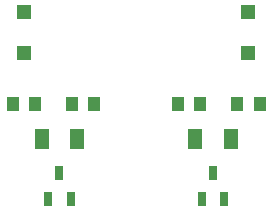
<source format=gtp>
G75*
%MOIN*%
%OFA0B0*%
%FSLAX24Y24*%
%IPPOS*%
%LPD*%
%AMOC8*
5,1,8,0,0,1.08239X$1,22.5*
%
%ADD10R,0.0294X0.0451*%
%ADD11R,0.0412X0.0491*%
%ADD12R,0.0491X0.0687*%
%ADD13R,0.0491X0.0491*%
D10*
X002326Y001215D03*
X002700Y002081D03*
X003074Y001215D03*
X007444Y001215D03*
X007818Y002081D03*
X008192Y001215D03*
D11*
X008625Y004404D03*
X009373Y004404D03*
X007405Y004404D03*
X006657Y004404D03*
X003862Y004404D03*
X003113Y004404D03*
X001893Y004404D03*
X001145Y004404D03*
D12*
X002110Y003223D03*
X003291Y003223D03*
X007228Y003223D03*
X008409Y003223D03*
D13*
X008999Y006077D03*
X008999Y007455D03*
X001519Y007455D03*
X001519Y006077D03*
M02*

</source>
